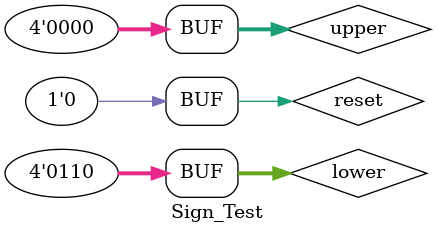
<source format=v>
`timescale 1ns / 1ps


module Sign_Test;

	// Inputs
	reg [3:0] upper;
	reg [3:0] lower;
	reg reset;

	// Outputs
	wire [15:0] imme;

	// Instantiate the Unit Under Test (UUT)
	Sign_Extend uut (
		.upper(upper), 
		.lower(lower), 
		.reset(reset), 
		.imme(imme)
	);

	initial begin
		// Initialize Inputs
		upper = 0;
		lower = 0;
		reset = 0;

		// Wait 100 ns for global reset to finish
		#100;
        
		// Add stimulus here
		reset = 1;
		#10;
		reset = 0;
		//positive
		upper = 4'b0001;
		lower = 4'b0000;
		#10; // expect: 16
		//negative
		upper = 4'b1000;
		lower = 4'b0000;
		#10; // expect: -128
		//pseudo random
		upper = 4'b1111;
		lower = 4'b0000;
		#10; // expect: -16
		upper = 4'b1111;
		lower = 4'b1111;
		#10;// expect: -1
		upper = 4'b0000;
		lower = 4'b0110;
		#10;// expect: 6 

	end
      
endmodule


</source>
